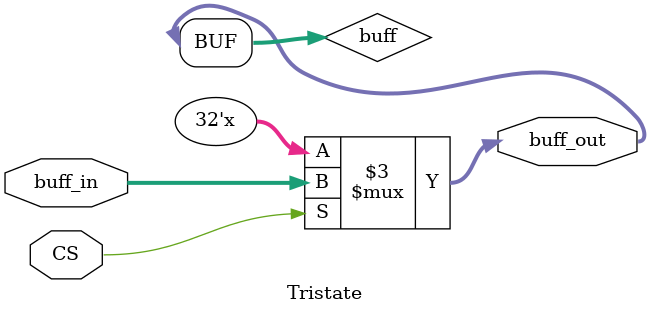
<source format=sv>
module Tristate (
  input   logic  [31:0]  buff_in,     // Clear Accumulation 
  input   logic         CS,     // Clear Accumulation 
  output  logic  [31:0]  buff_out     // Input Data A
);

// == Variables Declaration ====================================================
// empty
logic[31:0] buff;

// == Main Code ================================================================
always_comb begin
    buff = (CS == 0) ? 'z : buff_in;
end

assign buff_out = buff;
endmodule

</source>
